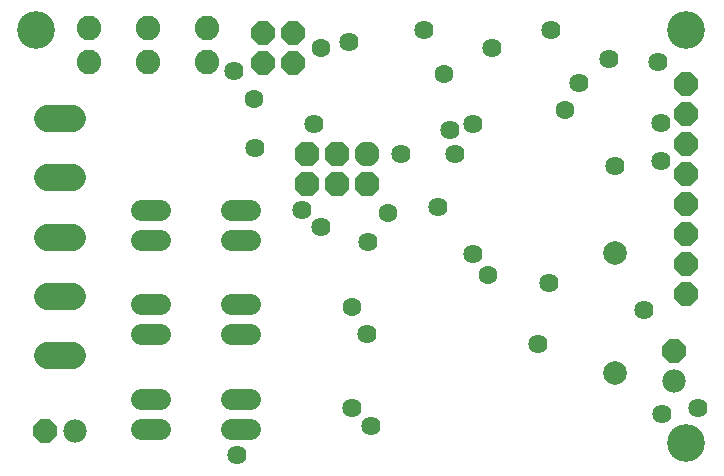
<source format=gbr>
G75*
%MOIN*%
%OFA0B0*%
%FSLAX25Y25*%
%IPPOS*%
%LPD*%
%AMOC8*
5,1,8,0,0,1.08239X$1,22.5*
%
%ADD10C,0.08280*%
%ADD11OC8,0.08280*%
%ADD12C,0.08200*%
%ADD13OC8,0.07950*%
%ADD14C,0.07099*%
%ADD15C,0.07150*%
%ADD16C,0.09150*%
%ADD17C,0.07887*%
%ADD18OC8,0.07800*%
%ADD19C,0.07800*%
%ADD20C,0.06400*%
%ADD21C,0.06312*%
%ADD22C,0.12611*%
D10*
X0146363Y0112115D03*
D11*
X0136363Y0112115D03*
X0126363Y0112115D03*
X0126363Y0102115D03*
X0136363Y0102115D03*
X0146363Y0102115D03*
D12*
X0093056Y0142675D03*
X0093056Y0154075D03*
X0073371Y0154075D03*
X0073371Y0142675D03*
X0053686Y0142675D03*
X0053686Y0154075D03*
D13*
X0111520Y0152469D03*
X0121520Y0152469D03*
X0121520Y0142469D03*
X0111520Y0142469D03*
X0252504Y0135225D03*
X0252504Y0125225D03*
X0252504Y0115225D03*
X0252504Y0105225D03*
X0252504Y0095225D03*
X0252504Y0085225D03*
X0252504Y0075225D03*
X0252504Y0065225D03*
D14*
X0107308Y0061918D02*
X0101008Y0061918D01*
X0101008Y0051918D02*
X0107308Y0051918D01*
X0107308Y0030422D02*
X0101008Y0030422D01*
X0101008Y0020422D02*
X0107308Y0020422D01*
X0077229Y0030422D02*
X0070930Y0030422D01*
X0070930Y0061918D02*
X0077229Y0061918D01*
X0101008Y0083414D02*
X0107308Y0083414D01*
X0107308Y0093414D02*
X0101008Y0093414D01*
X0077229Y0093414D02*
X0070930Y0093414D01*
D15*
X0070904Y0083414D02*
X0077254Y0083414D01*
X0077254Y0051918D02*
X0070904Y0051918D01*
X0070904Y0020422D02*
X0077254Y0020422D01*
D16*
X0048018Y0044977D02*
X0039668Y0044977D01*
X0039668Y0064777D02*
X0048018Y0064777D01*
X0048018Y0084477D02*
X0039668Y0084477D01*
X0039668Y0104177D02*
X0048018Y0104177D01*
X0048018Y0123877D02*
X0039668Y0123877D01*
D17*
X0228882Y0078887D03*
X0228882Y0038887D03*
D18*
X0038843Y0019517D03*
X0248567Y0046170D03*
D19*
X0248567Y0036170D03*
X0048843Y0019517D03*
D20*
X0102898Y0011643D03*
X0141284Y0027391D03*
X0147682Y0021485D03*
X0146205Y0051997D03*
X0181638Y0078572D03*
X0169827Y0094320D03*
X0175733Y0112036D03*
X0173764Y0119910D03*
X0181441Y0122076D03*
X0157524Y0112036D03*
X0128489Y0121879D03*
X0108804Y0114005D03*
X0124552Y0093335D03*
X0130804Y0087776D03*
X0146697Y0082509D03*
X0203292Y0048552D03*
X0207032Y0068926D03*
X0238725Y0059871D03*
X0256441Y0027391D03*
X0244630Y0025422D03*
X0228882Y0108099D03*
X0244138Y0109576D03*
X0244138Y0122371D03*
X0243154Y0142548D03*
X0226746Y0143700D03*
X0217071Y0135658D03*
X0207721Y0153375D03*
X0187827Y0147186D03*
X0165237Y0153170D03*
X0140300Y0149438D03*
X0101914Y0139595D03*
D21*
X0108575Y0130209D03*
X0130756Y0147225D03*
X0171796Y0138611D03*
X0212150Y0126800D03*
X0153095Y0092351D03*
X0186560Y0071682D03*
X0141284Y0060855D03*
D22*
X0252504Y0015580D03*
X0252504Y0153375D03*
X0035969Y0153375D03*
M02*

</source>
